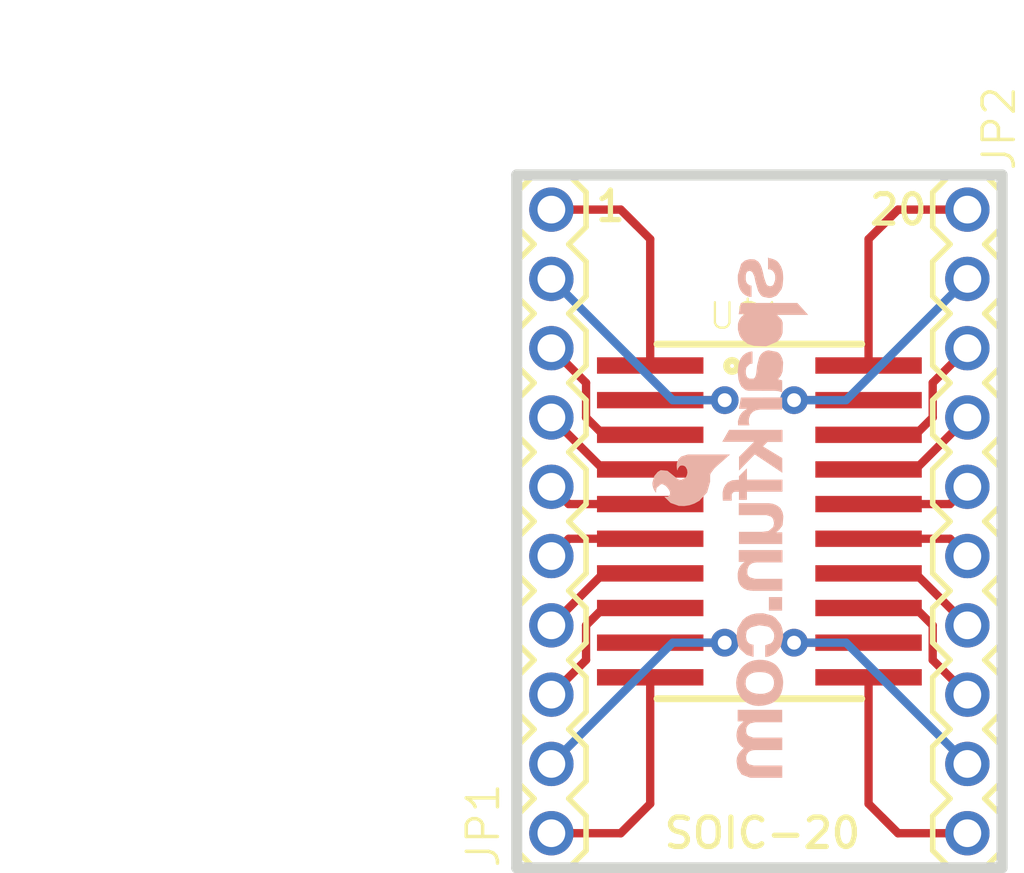
<source format=kicad_pcb>
(kicad_pcb (version 20211014) (generator pcbnew)
  (layers (0 "F.Cu" signal) (1 "In1.Cu" signal) (2 "In2.Cu" signal) (3 "In3.Cu" signal) (4 "In4.Cu" signal) (5 "In5.Cu" signal) (6 "In6.Cu" signal) (7 "In7.Cu" signal) (8 "In8.Cu" signal) (9 "In9.Cu" signal) (10 "In10.Cu" signal) (11 "In11.Cu" signal) (12 "In12.Cu" signal) (13 "In13.Cu" signal) (14 "In14.Cu" signal) (31 "B.Cu" signal) (34 "B.Paste" user) (35 "F.Paste" user) (36 "B.SilkS" user "B.Silkscreen") (37 "F.SilkS" user "F.Silkscreen") (38 "B.Mask" user) (39 "F.Mask" user) (44 "Edge.Cuts" user))
  (net 0 "")
  (net 1 "N$1")
  (net 2 "N$2")
  (net 3 "N$3")
  (net 4 "N$4")
  (net 5 "N$5")
  (net 6 "N$6")
  (net 7 "N$7")
  (net 8 "N$8")
  (net 9 "N$9")
  (net 10 "N$10")
  (net 11 "N$11")
  (net 12 "N$12")
  (net 13 "N$13")
  (net 14 "N$14")
  (net 15 "N$15")
  (net 16 "N$16")
  (net 17 "N$17")
  (net 18 "N$18")
  (net 19 "N$19")
  (net 20 "N$20")
  (footprint "boardEagle:1X10" (layer "F.Cu") (at 140.8811 116.4336 90)
    (fp_text reference "JP1" (at -1.3462 -1.8288 90) (layer "F.SilkS") (effects (font (size 1.143 1.143) (thickness 0.127)) (justify left bottom)))
    (fp_text value "M100.1")
    (fp_line (start -0.635 -1.27) (end -1.27 -0.635) (layer "F.SilkS") (width 0.2032))
    (fp_line (start 8.89 -0.635) (end 9.525 -1.27) (layer "F.SilkS") (width 0.2032))
    (fp_line (start 4.445 1.27) (end 3.81 0.635) (layer "F.SilkS") (width 0.2032))
    (fp_line (start 10.795 1.27) (end 9.525 1.27) (layer "F.SilkS") (width 0.2032))
    (fp_line (start 3.175 1.27) (end 1.905 1.27) (layer "F.SilkS") (width 0.2032))
    (fp_line (start 0.635 -1.27) (end 1.27 -0.635) (layer "F.SilkS") (width 0.2032))
    (fp_line (start 23.495 1.27) (end 22.225 1.27) (layer "F.SilkS") (width 0.2032))
    (fp_line (start 24.13 -0.635) (end 24.13 0.635) (layer "F.SilkS") (width 0.2032))
    (fp_line (start 14.605 -1.27) (end 13.97 -0.635) (layer "F.SilkS") (width 0.2032))
    (fp_line (start 17.145 -1.27) (end 16.51 -0.635) (layer "F.SilkS") (width 0.2032))
    (fp_line (start 13.97 0.635) (end 14.605 1.27) (layer "F.SilkS") (width 0.2032))
    (fp_line (start 1.27 0.635) (end 0.635 1.27) (layer "F.SilkS") (width 0.2032))
    (fp_line (start 22.225 -1.27) (end 23.495 -1.27) (layer "F.SilkS") (width 0.2032))
    (fp_line (start 22.225 -1.27) (end 21.59 -0.635) (layer "F.SilkS") (width 0.2032))
    (fp_line (start 8.255 -1.27) (end 8.89 -0.635) (layer "F.SilkS") (width 0.2032))
    (fp_line (start 18.415 -1.27) (end 19.05 -0.635) (layer "F.SilkS") (width 0.2032))
    (fp_line (start 19.05 0.635) (end 19.685 1.27) (layer "F.SilkS") (width 0.2032))
    (fp_line (start 9.525 -1.27) (end 10.795 -1.27) (layer "F.SilkS") (width 0.2032))
    (fp_line (start 16.51 0.635) (end 15.875 1.27) (layer "F.SilkS") (width 0.2032))
    (fp_line (start 8.89 0.635) (end 8.255 1.27) (layer "F.SilkS") (width 0.2032))
    (fp_line (start 0.635 1.27) (end -0.635 1.27) (layer "F.SilkS") (width 0.2032))
    (fp_line (start 4.445 -1.27) (end 5.715 -1.27) (layer "F.SilkS") (width 0.2032))
    (fp_line (start 12.065 -1.27) (end 13.335 -1.27) (layer "F.SilkS") (width 0.2032))
    (fp_line (start -1.27 0.635) (end -0.635 1.27) (layer "F.SilkS") (width 0.2032))
    (fp_line (start 1.905 -1.27) (end 3.175 -1.27) (layer "F.SilkS") (width 0.2032))
    (fp_line (start 12.065 1.27) (end 11.43 0.635) (layer "F.SilkS") (width 0.2032))
    (fp_line (start 10.795 -1.27) (end 11.43 -0.635) (layer "F.SilkS") (width 0.2032))
    (fp_line (start 14.605 -1.27) (end 15.875 -1.27) (layer "F.SilkS") (width 0.2032))
    (fp_line (start 17.145 -1.27) (end 18.415 -1.27) (layer "F.SilkS") (width 0.2032))
    (fp_line (start -1.27 -0.635) (end -1.27 0.635) (layer "F.SilkS") (width 0.2032))
    (fp_line (start 1.905 1.27) (end 1.27 0.635) (layer "F.SilkS") (width 0.2032))
    (fp_line (start 19.685 -1.27) (end 19.05 -0.635) (layer "F.SilkS") (width 0.2032))
    (fp_line (start 8.255 1.27) (end 6.985 1.27) (layer "F.SilkS") (width 0.2032))
    (fp_line (start 13.335 1.27) (end 12.065 1.27) (layer "F.SilkS") (width 0.2032))
    (fp_line (start 11.43 0.635) (end 10.795 1.27) (layer "F.SilkS") (width 0.2032))
    (fp_line (start 1.27 -0.635) (end 1.905 -1.27) (layer "F.SilkS") (width 0.2032))
    (fp_line (start 3.175 -1.27) (end 3.81 -0.635) (layer "F.SilkS") (width 0.2032))
    (fp_line (start 3.81 0.635) (end 3.175 1.27) (layer "F.SilkS") (width 0.2032))
    (fp_line (start 15.875 -1.27) (end 16.51 -0.635) (layer "F.SilkS") (width 0.2032))
    (fp_line (start 6.35 0.635) (end 6.985 1.27) (layer "F.SilkS") (width 0.2032))
    (fp_line (start 6.35 0.635) (end 5.715 1.27) (layer "F.SilkS") (width 0.2032))
    (fp_line (start 18.415 1.27) (end 17.145 1.27) (layer "F.SilkS") (width 0.2032))
    (fp_line (start 20.955 -1.27) (end 21.59 -0.635) (layer "F.SilkS") (width 0.2032))
    (fp_line (start 19.685 -1.27) (end 20.955 -1.27) (layer "F.SilkS") (width 0.2032))
    (fp_line (start 16.51 0.635) (end 17.145 1.27) (layer "F.SilkS") (width 0.2032))
    (fp_line (start 21.59 0.635) (end 22.225 1.27) (layer "F.SilkS") (width 0.2032))
    (fp_line (start 20.955 1.27) (end 19.685 1.27) (layer "F.SilkS") (width 0.2032))
    (fp_line (start 19.05 0.635) (end 18.415 1.27) (layer "F.SilkS") (width 0.2032))
    (fp_line (start 15.875 1.27) (end 14.605 1.27) (layer "F.SilkS") (width 0.2032))
    (fp_line (start 11.43 -0.635) (end 12.065 -1.27) (layer "F.SilkS") (width 0.2032))
    (fp_line (start 13.97 0.635) (end 13.335 1.27) (layer "F.SilkS") (width 0.2032))
    (fp_line (start 23.495 -1.27) (end 24.13 -0.635) (layer "F.SilkS") (width 0.2032))
    (fp_line (start 3.81 -0.635) (end 4.445 -1.27) (layer "F.SilkS") (width 0.2032))
    (fp_line (start 5.715 -1.27) (end 6.35 -0.635) (layer "F.SilkS") (width 0.2032))
    (fp_line (start 6.985 -1.27) (end 6.35 -0.635) (layer "F.SilkS") (width 0.2032))
    (fp_line (start 13.335 -1.27) (end 13.97 -0.635) (layer "F.SilkS") (width 0.2032))
    (fp_line (start 24.13 0.635) (end 23.495 1.27) (layer "F.SilkS") (width 0.2032))
    (fp_line (start 9.525 1.27) (end 8.89 0.635) (layer "F.SilkS") (width 0.2032))
    (fp_line (start 6.985 -1.27) (end 8.255 -1.27) (layer "F.SilkS") (width 0.2032))
    (fp_line (start 21.59 0.635) (end 20.955 1.27) (layer "F.SilkS") (width 0.2032))
    (fp_line (start 5.715 1.27) (end 4.445 1.27) (layer "F.SilkS") (width 0.2032))
    (fp_line (start -0.635 -1.27) (end 0.635 -1.27) (layer "F.SilkS") (width 0.2032))
    (pad "1" thru_hole circle (at 0 0 180) (size 1.6256 1.6256) (drill 1.016) (layers *.Cu *.Mask) (net 1 "N$1"))
    (pad "2" thru_hole circle (at 2.54 0 180) (size 1.6256 1.6256) (drill 1.016) (layers *.Cu *.Mask) (net 2 "N$2"))
    (pad "3" thru_hole circle (at 5.08 0 180) (size 1.6256 1.6256) (drill 1.016) (layers *.Cu *.Mask) (net 3 "N$3"))
    (pad "4" thru_hole circle (at 7.62 0 180) (size 1.6256 1.6256) (drill 1.016) (layers *.Cu *.Mask) (net 4 "N$4"))
    (pad "5" thru_hole circle (at 10.16 0 180) (size 1.6256 1.6256) (drill 1.016) (layers *.Cu *.Mask) (net 5 "N$5"))
    (pad "6" thru_hole circle (at 12.7 0 180) (size 1.6256 1.6256) (drill 1.016) (layers *.Cu *.Mask) (net 6 "N$6"))
    (pad "7" thru_hole circle (at 15.24 0 180) (size 1.6256 1.6256) (drill 1.016) (layers *.Cu *.Mask) (net 7 "N$7"))
    (pad "8" thru_hole circle (at 17.78 0 180) (size 1.6256 1.6256) (drill 1.016) (layers *.Cu *.Mask) (net 8 "N$8"))
    (pad "9" thru_hole circle (at 20.32 0 180) (size 1.6256 1.6256) (drill 1.016) (layers *.Cu *.Mask) (net 9 "N$9"))
    (pad "10" thru_hole circle (at 22.86 0 180) (size 1.6256 1.6256) (drill 1.016) (layers *.Cu *.Mask) (net 10 "N$10"))
  )
  (footprint "boardEagle:1X10" (layer "F.Cu") (at 156.1211 93.5736 -90)
    (fp_text reference "JP2" (at -1.3462 -1.8288 -90) (layer "F.SilkS") (effects (font (size 1.143 1.143) (thickness 0.127)) (justify left bottom)))
    (fp_text value "M100.1")
    (fp_line (start 3.175 -1.27) (end 3.81 -0.635) (layer "F.SilkS") (width 0.2032))
    (fp_line (start 16.51 0.635) (end 17.145 1.27) (layer "F.SilkS") (width 0.2032))
    (fp_line (start 9.525 -1.27) (end 10.795 -1.27) (layer "F.SilkS") (width 0.2032))
    (fp_line (start 23.495 -1.27) (end 24.13 -0.635) (layer "F.SilkS") (width 0.2032))
    (fp_line (start 10.795 1.27) (end 9.525 1.27) (layer "F.SilkS") (width 0.2032))
    (fp_line (start 19.685 -1.27) (end 19.05 -0.635) (layer "F.SilkS") (width 0.2032))
    (fp_line (start 6.35 0.635) (end 5.715 1.27) (layer "F.SilkS") (width 0.2032))
    (fp_line (start 5.715 1.27) (end 4.445 1.27) (layer "F.SilkS") (width 0.2032))
    (fp_line (start -1.27 0.635) (end -0.635 1.27) (layer "F.SilkS") (width 0.2032))
    (fp_line (start 20.955 -1.27) (end 21.59 -0.635) (layer "F.SilkS") (width 0.2032))
    (fp_line (start 24.13 0.635) (end 23.495 1.27) (layer "F.SilkS") (width 0.2032))
    (fp_line (start 22.225 -1.27) (end 23.495 -1.27) (layer "F.SilkS") (width 0.2032))
    (fp_line (start 3.175 1.27) (end 1.905 1.27) (layer "F.SilkS") (width 0.2032))
    (fp_line (start 21.59 0.635) (end 22.225 1.27) (layer "F.SilkS") (width 0.2032))
    (fp_line (start 1.27 0.635) (end 0.635 1.27) (layer "F.SilkS") (width 0.2032))
    (fp_line (start 8.255 -1.27) (end 8.89 -0.635) (layer "F.SilkS") (width 0.2032))
    (fp_line (start 17.145 -1.27) (end 16.51 -0.635) (layer "F.SilkS") (width 0.2032))
    (fp_line (start 18.415 1.27) (end 17.145 1.27) (layer "F.SilkS") (width 0.2032))
    (fp_line (start 19.685 -1.27) (end 20.955 -1.27) (layer "F.SilkS") (width 0.2032))
    (fp_line (start 14.605 -1.27) (end 15.875 -1.27) (layer "F.SilkS") (width 0.2032))
    (fp_line (start 5.715 -1.27) (end 6.35 -0.635) (layer "F.SilkS") (width 0.2032))
    (fp_line (start 1.905 1.27) (end 1.27 0.635) (layer "F.SilkS") (width 0.2032))
    (fp_line (start 12.065 -1.27) (end 13.335 -1.27) (layer "F.SilkS") (width 0.2032))
    (fp_line (start 1.27 -0.635) (end 1.905 -1.27) (layer "F.SilkS") (width 0.2032))
    (fp_line (start -0.635 -1.27) (end 0.635 -1.27) (layer "F.SilkS") (width 0.2032))
    (fp_line (start 3.81 0.635) (end 3.175 1.27) (layer "F.SilkS") (width 0.2032))
    (fp_line (start 21.59 0.635) (end 20.955 1.27) (layer "F.SilkS") (width 0.2032))
    (fp_line (start 3.81 -0.635) (end 4.445 -1.27) (layer "F.SilkS") (width 0.2032))
    (fp_line (start 12.065 1.27) (end 11.43 0.635) (layer "F.SilkS") (width 0.2032))
    (fp_line (start 4.445 1.27) (end 3.81 0.635) (layer "F.SilkS") (width 0.2032))
    (fp_line (start 24.13 -0.635) (end 24.13 0.635) (layer "F.SilkS") (width 0.2032))
    (fp_line (start -0.635 -1.27) (end -1.27 -0.635) (layer "F.SilkS") (width 0.2032))
    (fp_line (start 13.97 0.635) (end 14.605 1.27) (layer "F.SilkS") (width 0.2032))
    (fp_line (start 13.335 -1.27) (end 13.97 -0.635) (layer "F.SilkS") (width 0.2032))
    (fp_line (start 17.145 -1.27) (end 18.415 -1.27) (layer "F.SilkS") (width 0.2032))
    (fp_line (start 19.05 0.635) (end 19.685 1.27) (layer "F.SilkS") (width 0.2032))
    (fp_line (start 8.255 1.27) (end 6.985 1.27) (layer "F.SilkS") (width 0.2032))
    (fp_line (start 0.635 -1.27) (end 1.27 -0.635) (layer "F.SilkS") (width 0.2032))
    (fp_line (start 15.875 1.27) (end 14.605 1.27) (layer "F.SilkS") (width 0.2032))
    (fp_line (start 13.97 0.635) (end 13.335 1.27) (layer "F.SilkS") (width 0.2032))
    (fp_line (start 22.225 -1.27) (end 21.59 -0.635) (layer "F.SilkS") (width 0.2032))
    (fp_line (start 4.445 -1.27) (end 5.715 -1.27) (layer "F.SilkS") (width 0.2032))
    (fp_line (start 20.955 1.27) (end 19.685 1.27) (layer "F.SilkS") (width 0.2032))
    (fp_line (start 10.795 -1.27) (end 11.43 -0.635) (layer "F.SilkS") (width 0.2032))
    (fp_line (start 8.89 0.635) (end 8.255 1.27) (layer "F.SilkS") (width 0.2032))
    (fp_line (start 18.415 -1.27) (end 19.05 -0.635) (layer "F.SilkS") (width 0.2032))
    (fp_line (start -1.27 -0.635) (end -1.27 0.635) (layer "F.SilkS") (width 0.2032))
    (fp_line (start 23.495 1.27) (end 22.225 1.27) (layer "F.SilkS") (width 0.2032))
    (fp_line (start 11.43 0.635) (end 10.795 1.27) (layer "F.SilkS") (width 0.2032))
    (fp_line (start 11.43 -0.635) (end 12.065 -1.27) (layer "F.SilkS") (width 0.2032))
    (fp_line (start 1.905 -1.27) (end 3.175 -1.27) (layer "F.SilkS") (width 0.2032))
    (fp_line (start 15.875 -1.27) (end 16.51 -0.635) (layer "F.SilkS") (width 0.2032))
    (fp_line (start 16.51 0.635) (end 15.875 1.27) (layer "F.SilkS") (width 0.2032))
    (fp_line (start 8.89 -0.635) (end 9.525 -1.27) (layer "F.SilkS") (width 0.2032))
    (fp_line (start 9.525 1.27) (end 8.89 0.635) (layer "F.SilkS") (width 0.2032))
    (fp_line (start 6.985 -1.27) (end 8.255 -1.27) (layer "F.SilkS") (width 0.2032))
    (fp_line (start 13.335 1.27) (end 12.065 1.27) (layer "F.SilkS") (width 0.2032))
    (fp_line (start 6.985 -1.27) (end 6.35 -0.635) (layer "F.SilkS") (width 0.2032))
    (fp_line (start 14.605 -1.27) (end 13.97 -0.635) (layer "F.SilkS") (width 0.2032))
    (fp_line (start 6.35 0.635) (end 6.985 1.27) (layer "F.SilkS") (width 0.2032))
    (fp_line (start 19.05 0.635) (end 18.415 1.27) (layer "F.SilkS") (width 0.2032))
    (fp_line (start 0.635 1.27) (end -0.635 1.27) (layer "F.SilkS") (width 0.2032))
    (pad "1" thru_hole circle (at 0 0) (size 1.6256 1.6256) (drill 1.016) (layers *.Cu *.Mask) (net 11 "N$11"))
    (pad "2" thru_hole circle (at 2.54 0) (size 1.6256 1.6256) (drill 1.016) (layers *.Cu *.Mask) (net 12 "N$12"))
    (pad "3" thru_hole circle (at 5.08 0) (size 1.6256 1.6256) (drill 1.016) (layers *.Cu *.Mask) (net 13 "N$13"))
    (pad "4" thru_hole circle (at 7.62 0) (size 1.6256 1.6256) (drill 1.016) (layers *.Cu *.Mask) (net 14 "N$14"))
    (pad "5" thru_hole circle (at 10.16 0) (size 1.6256 1.6256) (drill 1.016) (layers *.Cu *.Mask) (net 15 "N$15"))
    (pad "6" thru_hole circle (at 12.7 0) (size 1.6256 1.6256) (drill 1.016) (layers *.Cu *.Mask) (net 16 "N$16"))
    (pad "7" thru_hole circle (at 15.24 0) (size 1.6256 1.6256) (drill 1.016) (layers *.Cu *.Mask) (net 17 "N$17"))
    (pad "8" thru_hole circle (at 17.78 0) (size 1.6256 1.6256) (drill 1.016) (layers *.Cu *.Mask) (net 18 "N$18"))
    (pad "9" thru_hole circle (at 20.32 0) (size 1.6256 1.6256) (drill 1.016) (layers *.Cu *.Mask) (net 19 "N$19"))
    (pad "10" thru_hole circle (at 22.86 0) (size 1.6256 1.6256) (drill 1.016) (layers *.Cu *.Mask) (net 20 "N$20"))
  )
  (footprint "boardEagle:SO20W" (layer "F.Cu") (at 148.5011 105.0036 -90)
    (fp_text reference "U$1" (at -6.985 1.905) (layer "F.SilkS") (effects (font (size 0.93472 0.93472) (thickness 0.08128)) (justify left bottom)))
    (fp_text value "SOIC_20" hide)
    (fp_line (start -6.5 -3.75) (end -6.5 3.75) (layer "F.SilkS") (width 0.254))
    (fp_line (start 6.5 -3.75) (end 6.5 3.75) (layer "F.SilkS") (width 0.254))
    (fp_circle (center -5.7 1) (end -5.5 1) (layer "F.SilkS") (width 0.254) (fill none))
    (pad "P$1" smd rect (at -5.715 4 90) (size 0.6 3.9) (layers "F.Cu" "F.Paste" "F.Mask") (net 10 "N$10"))
    (pad "P$2" smd rect (at -4.445 4 90) (size 0.6 3.9) (layers "F.Cu" "F.Paste" "F.Mask") (net 9 "N$9"))
    (pad "P$3" smd rect (at -3.175 4 90) (size 0.6 3.9) (layers "F.Cu" "F.Paste" "F.Mask") (net 8 "N$8"))
    (pad "P$4" smd rect (at -1.905 4 90) (size 0.6 3.9) (layers "F.Cu" "F.Paste" "F.Mask") (net 7 "N$7"))
    (pad "P$5" smd rect (at -0.635 4 90) (size 0.6 3.9) (layers "F.Cu" "F.Paste" "F.Mask") (net 6 "N$6"))
    (pad "P$6" smd rect (at 0.635 4 90) (size 0.6 3.9) (layers "F.Cu" "F.Paste" "F.Mask") (net 5 "N$5"))
    (pad "P$7" smd rect (at 1.905 4 90) (size 0.6 3.9) (layers "F.Cu" "F.Paste" "F.Mask") (net 4 "N$4"))
    (pad "P$8" smd rect (at 3.175 4 90) (size 0.6 3.9) (layers "F.Cu" "F.Paste" "F.Mask") (net 3 "N$3"))
    (pad "P$9" smd rect (at 4.445 4 90) (size 0.6 3.9) (layers "F.Cu" "F.Paste" "F.Mask") (net 2 "N$2"))
    (pad "P$10" smd rect (at 5.715 4 90) (size 0.6 3.9) (layers "F.Cu" "F.Paste" "F.Mask") (net 1 "N$1"))
    (pad "P$11" smd rect (at 5.715 -4 90) (size 0.6 3.9) (layers "F.Cu" "F.Paste" "F.Mask") (net 20 "N$20"))
    (pad "P$12" smd rect (at 4.445 -4 90) (size 0.6 3.9) (layers "F.Cu" "F.Paste" "F.Mask") (net 19 "N$19"))
    (pad "P$13" smd rect (at 3.175 -4 90) (size 0.6 3.9) (layers "F.Cu" "F.Paste" "F.Mask") (net 18 "N$18"))
    (pad "P$14" smd rect (at 1.905 -4 90) (size 0.6 3.9) (layers "F.Cu" "F.Paste" "F.Mask") (net 17 "N$17"))
    (pad "P$15" smd rect (at 0.635 -4 90) (size 0.6 3.9) (layers "F.Cu" "F.Paste" "F.Mask") (net 16 "N$16"))
    (pad "P$16" smd rect (at -0.635 -4 90) (size 0.6 3.9) (layers "F.Cu" "F.Paste" "F.Mask") (net 15 "N$15"))
    (pad "P$17" smd rect (at -1.905 -4 90) (size 0.6 3.9) (layers "F.Cu" "F.Paste" "F.Mask") (net 14 "N$14"))
    (pad "P$18" smd rect (at -3.175 -4 90) (size 0.6 3.9) (layers "F.Cu" "F.Paste" "F.Mask") (net 13 "N$13"))
    (pad "P$19" smd rect (at -4.445 -4 90) (size 0.6 3.9) (layers "F.Cu" "F.Paste" "F.Mask") (net 12 "N$12"))
    (pad "P$20" smd rect (at -5.715 -4 90) (size 0.6 3.9) (layers "F.Cu" "F.Paste" "F.Mask") (net 11 "N$11"))
  )
  (footprint "boardEagle:SFE-NEW-WEBLOGO" (layer "B.Cu") (at 150.2791 95.3516 -90)
    (fp_text reference "U$2" hide)
    (fp_text value "LOGO-SFENEW" hide)
    (fp_line (start 15.5499 2.2911) (end 15.527 2.2911) (layer "B.SilkS") (width 0.0254))
    (fp_line (start 10.7163 2.5171) (end 11.1201 2.5171) (layer "B.SilkS") (width 0.0254))
    (fp_line (start 15.5702 2.2962) (end 15.5702 2.6137) (layer "B.SilkS") (width 0.0254))
    (fp_line (start 11.1379 1.8136) (end 11.1379 0.9449) (layer "B.SilkS") (width 0.0254))
    (fp_line (start 11.1201 2.5171) (end 11.1201 2.2962) (layer "B.SilkS") (width 0.0254))
    (fp_line (start 11.7729 0.955) (end 11.7729 1.9202) (layer "B.SilkS") (width 0.0254))
    (fp_line (start 10.7163 0.9449) (end 10.7163 2.5171) (layer "B.SilkS") (width 0.0254))
    (fp_line (start 11.1201 2.2962) (end 11.1277 2.2962) (layer "B.SilkS") (width 0.0254))
    (fp_line (start 12.1818 2.0091) (end 12.1818 0.955) (layer "B.SilkS") (width 0.0254))
    (fp_line (start 15.5702 2.6137) (end 15.5854 2.6137) (layer "B.SilkS") (width 0.0254))
    (fp_line (start 12.1818 0.955) (end 11.7729 0.955) (layer "B.SilkS") (width 0.0254))
    (fp_line (start 15.5499 2.6137) (end 15.5499 2.2911) (layer "B.SilkS") (width 0.0254))
    (fp_line (start 11.1379 0.9449) (end 10.7163 0.9449) (layer "B.SilkS") (width 0.0254))
    (fp_arc (start 15.5499 2.6137) (mid 15.331296 2.577713) (end 15.1282 2.4892) (layer "B.SilkS") (width 0.0254))
    (fp_arc (start 15.9029 0.9754) (mid 16.153433 1.12491) (end 16.317 1.3665) (layer "B.SilkS") (width 0.0254))
    (fp_arc (start 11.1684 2.0396) (mid 11.146105 1.962214) (end 11.1379 1.8821) (layer "B.SilkS") (width 0.0254))
    (fp_arc (start 11.1379 1.8821) (mid 11.137681 1.84785) (end 11.1379 1.8136) (layer "B.SilkS") (width 0.0254))
    (fp_arc (start 14.7523 1.5672) (mid 14.792796 1.413418) (end 14.8615 1.27) (layer "B.SilkS") (width 0.0254))
    (fp_arc (start 11.7678 2.5502) (mid 11.667584 2.556058) (end 11.5672 2.5552) (layer "B.SilkS") (width 0.0254))
    (fp_arc (start 12.0345 2.425699) (mid 11.911985 2.51116) (end 11.7678 2.5502) (layer "B.SilkS") (width 0.0254))
    (fp_arc (start 11.1862 2.3571) (mid 11.172158 2.338081) (end 11.1582 2.319) (layer "B.SilkS") (width 0.0254))
    (fp_arc (start 15.527 2.2911) (mid 15.388433 2.258974) (end 15.278099 2.1692) (layer "B.SilkS") (width 0.0254))
    (fp_arc (start 11.5672 2.5552) (mid 11.411238 2.523841) (end 11.2725 2.446) (layer "B.SilkS") (width 0.0254))
    (fp_arc (start 14.7549 1.9507) (mid 14.737287 1.759061) (end 14.7523 1.5672) (layer "B.SilkS") (width 0.0254))
    (fp_arc (start 15.9868 1.7196) (mid 15.980368 1.846143) (end 15.9588 1.971) (layer "B.SilkS") (width 0.0254))
    (fp_arc (start 11.7145 2.1311) (mid 11.664346 2.1894) (end 11.5976 2.2276) (layer "B.SilkS") (width 0.0254))
    (fp_arc (start 15.1689 1.8847) (mid 15.165026 1.761448) (end 15.1714 1.6383) (layer "B.SilkS") (width 0.0254))
    (fp_arc (start 11.7729 1.9202) (mid 11.758038 2.02962) (end 11.7145 2.1311) (layer "B.SilkS") (width 0.0254))
    (fp_arc (start 11.4198 2.2327) (mid 11.475702 2.235165) (end 11.5316 2.2377) (layer "B.SilkS") (width 0.0254))
    (fp_arc (start 15.5423 0.9195) (mid 15.724919 0.932492) (end 15.9029 0.9754) (layer "B.SilkS") (width 0.0254))
    (fp_arc (start 15.428 1.2522) (mid 15.597525 1.230563) (end 15.7632 1.2725) (layer "B.SilkS") (width 0.0254))
    (fp_arc (start 12.1818 2.0091) (mid 12.172765 2.122002) (end 12.1488 2.2327) (layer "B.SilkS") (width 0.0254))
    (fp_arc (start 12.1488 2.232699) (mid 12.104013 2.336521) (end 12.0345 2.4257) (layer "B.SilkS") (width 0.0254))
    (fp_arc (start 15.7277 2.2708) (mid 15.650001 2.290018) (end 15.5702 2.2962) (layer "B.SilkS") (width 0.0254))
    (fp_arc (start 14.9911 1.1201) (mid 15.249615 0.972855) (end 15.5423 0.9195) (layer "B.SilkS") (width 0.0254))
    (fp_arc (start 15.24 1.4097) (mid 15.31871 1.3127) (end 15.428 1.2522) (layer "B.SilkS") (width 0.0254))
    (fp_arc (start 15.7632 1.2725) (mid 15.846801 1.329279) (end 15.908 1.4097) (layer "B.SilkS") (width 0.0254))
    (fp_arc (start 15.8318 2.2047) (mid 15.783745 2.244042) (end 15.7277 2.2708) (layer "B.SilkS") (width 0.0254))
    (fp_arc (start 15.908 1.4097) (mid 15.966057 1.559906) (end 15.9868 1.7196) (layer "B.SilkS") (width 0.0254))
    (fp_arc (start 11.1455 2.3038) (mid 11.152103 2.311188) (end 11.1582 2.319) (layer "B.SilkS") (width 0.0254))
    (fp_arc (start 15.1714 1.6383) (mid 15.194331 1.520588) (end 15.24 1.4097) (layer "B.SilkS") (width 0.0254))
    (fp_arc (start 11.4198 2.2327) (mid 11.334441 2.214452) (end 11.259799 2.1692) (layer "B.SilkS") (width 0.0254))
    (fp_arc (start 11.2598 2.1692) (mid 11.206137 2.110016) (end 11.1684 2.0396) (layer "B.SilkS") (width 0.0254))
    (fp_arc (start 16.4033 1.808499) (mid 16.333054 2.143404) (end 16.129 2.4181) (layer "B.SilkS") (width 0.0254))
    (fp_arc (start 14.8615 1.27) (mid 14.919858 1.189481) (end 14.9911 1.1201) (layer "B.SilkS") (width 0.0254))
    (fp_arc (start 16.129 2.4181) (mid 15.978822 2.520652) (end 15.809 2.5857) (layer "B.SilkS") (width 0.0254))
    (fp_arc (start 16.317 1.3665) (mid 16.380488 1.583529) (end 16.4033 1.8085) (layer "B.SilkS") (width 0.0254))
    (fp_arc (start 11.1277 2.2962) (mid 11.137379 2.298176) (end 11.1455 2.3038) (layer "B.SilkS") (width 0.0254))
    (fp_arc (start 11.2725 2.446) (mid 11.226399 2.404414) (end 11.1862 2.3571) (layer "B.SilkS") (width 0.0254))
    (fp_arc (start 15.9588 1.971) (mid 15.910982 2.096372) (end 15.8318 2.2047) (layer "B.SilkS") (width 0.0254))
    (fp_arc (start 15.809 2.5857) (mid 15.698073 2.606673) (end 15.5854 2.6137) (layer "B.SilkS") (width 0.0254))
    (fp_arc (start 15.128201 2.4892) (mid 14.882786 2.260687) (end 14.7549 1.9507) (layer "B.SilkS") (width 0.0254))
    (fp_arc (start 15.2781 2.1692) (mid 15.20247 2.035022) (end 15.168899 1.8847) (layer "B.SilkS") (width 0.0254))
    (fp_arc (start 11.5976 2.2276) (mid 11.565101 2.235925) (end 11.5316 2.2377) (layer "B.SilkS") (width 0.0254))
    (fp_poly (pts (xy 8.337002 5.691103) (xy 8.426449 5.668729) (xy 8.439477 5.663683) (xy 8.451149 5.657775) (xy 8.46786 5.649476) (xy 8.486552 5.642734) (xy 8.582694 5.5855) (xy 8.5903 5.5855) (xy 8.5903 5.5601) (xy 8.517833 5.5601) (xy 8.419418 5.540814) (xy 8.285855 5.378186) (xy 8.290365 5.319725) (xy 8.33909 5.224769) (xy 8.415666 5.148096) (xy 8.505069 5.083538) (xy 8.580348 5.051724) (xy 8.661737 5.054532) (xy 8.669864 5.057086) (xy 8.677257 5.060289) (xy 8.741514 5.119856) (xy 8.7478 5.142712) (xy 8.7478 5.260838) (xy 8.974707 5.031027) (xy 9.079186 4.739741) (xy 9.082603 4.739794) (xy 9.08906 4.533335) (xy 9.059857 4.34032) (xy 8.996308 4.155742) (xy 8.8773 3.944478) (xy 8.8773 3.963481) (xy 8.589131 3.69191) (xy 8.193239 3.5814) (xy 7.964005 3.5814) (xy 7.927201 3.574946) (xy 7.892776 3.562492) (xy 7.707322 3.424684) (xy 7.1984 2.85199) (xy 7.1984 4.40367) (xy 7.271004 4.644867) (xy 7.379295 4.748389) (xy 7.518122 4.800422) (xy 7.6149 4.807989) (xy 7.710384 4.800523) (xy 7.77091 4.790999) (xy 7.768788 4.767333) (xy 7.733216 4.768142) (xy 7.712784 4.759041) (xy 7.631519 4.700054) (xy 7.611722 4.67357) (xy 7.601395 4.6114) (xy 7.611905 4.548129) (xy 7.632405 4.508074) (xy 7.663343 4.475585) (xy 7.757535 4.42645) (xy 7.863229 4.414642) (xy 7.953768 4.432984) (xy 8.03522 4.472556) (xy 8.13303 4.637559) (xy 8.118706 4.731744) (xy 8.061914 4.813301) (xy 7.795707 5.146137) (xy 7.772667 5.393755) (xy 7.838495 5.504456) (xy 7.840042 5.506003) (xy 7.989901 5.63002) (xy 8.243676 5.699964)) (layer "B.SilkS") (width 0) (fill solid))
    (fp_poly (pts (xy 9.4234 1.520809) (xy 9.472888 1.359974) (xy 9.516069 1.308185) (xy 9.573108 1.271734) (xy 9.714103 1.241374) (xy 9.853529 1.268908) (xy 10.003067 1.442966) (xy 10.033 1.684784) (xy 10.033 2.5273) (xy 10.48 2.5273) (xy 10.48 0.9398) (xy 10.0533 0.9398) (xy 10.0533 1.159713) (xy 9.961626 1.051965) (xy 9.823848 0.946774) (xy 9.797269 0.933513) (xy 9.76873 0.924761) (xy 9.46843 0.899096) (xy 9.311419 0.929258) (xy 9.173895 1.0008) (xy 9.172522 1.0008) (xy 9.155194 1.014756) (xy 9.141833 1.028106) (xy 9.055991 1.150842) (xy 9.0022 1.291099) (xy 8.984 1.439423) (xy 8.984 2.5324) (xy 9.4234 2.5324)) (layer "B.SilkS") (width 0) (fill solid))
    (fp_poly (pts (xy 6.7335 1.97376) (xy 7.284539 2.5248) (xy 7.78835 2.5248) (xy 7.197009 1.946483) (xy 7.869909 0.937183) (xy 7.330929 0.939835) (xy 6.903958 1.643716) (xy 6.7386 1.483032) (xy 6.7386 0.9296) (xy 6.306639 0.9296) (xy 6.2941 0.942139) (xy 6.2941 2.887776) (xy 6.7335 3.138467)) (layer "B.SilkS") (width 0) (fill solid))
    (fp_poly (pts (xy 14.181776 2.563159) (xy 14.181555 2.560669) (xy 14.327447 2.496725) (xy 14.547848 2.246517) (xy 14.619242 1.9914) (xy 14.1707 1.9914) (xy 14.1707 2.005388) (xy 14.15242 2.10038) (xy 14.100807 2.180729) (xy 14.023181 2.236025) (xy 13.860405 2.2706) (xy 13.694207 2.245798) (xy 13.653262 2.227396) (xy 13.618712 2.198612) (xy 13.531409 2.074936) (xy 13.459735 1.779947) (xy 13.507258 1.471936) (xy 13.55233 1.379537) (xy 13.718934 1.256376) (xy 13.795519 1.238584) (xy 13.875272 1.234455) (xy 13.963395 1.249226) (xy 14.044683 1.286045) (xy 14.088707 1.320383) (xy 14.123821 1.362695) (xy 14.191983 1.5646) (xy 14.6202 1.5646) (xy 14.6202 1.546046) (xy 14.607183 1.4497) (xy 14.551954 1.307962) (xy 14.468685 1.180108) (xy 14.234909 0.989147) (xy 13.88734 0.904104) (xy 13.726062 0.914148) (xy 13.567886 0.942693) (xy 13.423659 0.994928) (xy 13.188191 1.185237) (xy 13.098694 1.32648) (xy 13.017451 1.644495) (xy 13.0251 1.894992) (xy 13.0251 1.896181) (xy 13.064859 2.076939) (xy 13.14486 2.243932) (xy 13.26133 2.388842) (xy 13.574558 2.580191) (xy 13.883988 2.616332)) (layer "B.SilkS") (width 0) (fill solid))
    (fp_poly (pts (xy 6.1316 2.557116) (xy 6.1316 2.1463) (xy 6.115783 2.1463) (xy 6.10653 2.147054) (xy 6.097893 2.149211) (xy 6.068387 2.157247) (xy 6.038922 2.161538) (xy 5.96265 2.16474) (xy 5.887609 2.16159) (xy 5.731931 2.107297) (xy 5.637642 2.018651) (xy 5.577302 1.903423) (xy 5.5499 1.736362) (xy 5.5499 0.9423) (xy 5.107878 0.9423) (xy 5.110519 2.454146) (xy 5.522 2.527255) (xy 5.522 2.234211) (xy 5.526569 2.235704) (xy 5.544428 2.262537) (xy 5.578841 2.314524) (xy 5.613758 2.367854) (xy 5.686736 2.438162) (xy 5.778008 2.498223) (xy 5.979984 2.565515)) (layer "B.SilkS") (width 0) (fill solid))
    (fp_poly (pts (xy 17.714962 2.583496) (xy 17.714669 2.58013) (xy 17.812284 2.526288) (xy 17.900302 2.442716) (xy 17.956995 2.351455) (xy 17.961394 2.355854) (xy 18.007182 2.404147) (xy 18.086856 2.480888) (xy 18.177617 2.546023) (xy 18.30384 2.60027) (xy 18.440544 2.616304) (xy 18.698981 2.580082) (xy 18.93345 2.426436) (xy 19.05 2.112985) (xy 19.05 0.9398) (xy 18.6004 0.9398) (xy 18.6004 1.979658) (xy 18.558302 2.150487) (xy 18.49797 2.220003) (xy 18.412014 2.255689) (xy 18.322362 2.262413) (xy 18.233537 2.253336) (xy 18.121633 2.190061) (xy 18.068614 2.109201) (xy 18.041426 2.014408) (xy 18.036069 1.960144) (xy 18.034 1.904767) (xy 18.034 0.9398) (xy 17.5768 0.9398) (xy 17.5768 2.006808) (xy 17.507834 2.191589) (xy 17.433119 2.246143) (xy 17.339789 2.26304) (xy 17.298061 2.260863) (xy 17.256145 2.258198) (xy 17.19103 2.2421) (xy 17.135402 2.205103) (xy 17.092564 2.160343) (xy 17.055171 2.112821) (xy 17.0155 1.934108) (xy 17.0155 0.9423) (xy 16.5583 0.9423) (xy 16.5583 2.573) (xy 16.9824 2.573) (xy 16.9824 2.355139) (xy 16.985319 2.355789) (xy 17.015959 2.3959) (xy 17.093229 2.475705) (xy 17.171263 2.538367) (xy 17.262579 2.579887) (xy 17.318155 2.59498) (xy 17.374103 2.605849) (xy 17.443329 2.614463) (xy 17.514022 2.618767)) (layer "B.SilkS") (width 0) (fill solid))
    (fp_poly (pts (xy 11.770768 2.56283) (xy 12.043428 2.435548) (xy 12.160999 2.237024) (xy 12.1945 2.010032) (xy 12.1945 0.9423) (xy 11.7602 0.9423) (xy 11.7602 1.918474) (xy 11.70302 2.124971) (xy 11.656141 2.179464) (xy 11.593345 2.215403) (xy 11.53092 2.224956) (xy 11.476269 2.222478) (xy 11.422495 2.220106) (xy 11.268 2.158791) (xy 11.18035 2.034508) (xy 11.1506 1.880883) (xy 11.1506 0.9322) (xy 10.7036 0.9322) (xy 10.7036 2.5298) (xy 11.1328 2.5298) (xy 11.1328 2.310454) (xy 11.136857 2.313263) (xy 11.148195 2.326834) (xy 11.161924 2.345602) (xy 11.176241 2.364992) (xy 11.217267 2.413279) (xy 11.265048 2.456381) (xy 11.406772 2.535896) (xy 11.566093 2.567932)) (layer "B.SilkS") (width 0) (fill solid))
    (fp_poly (pts (xy 4.444983 2.544915) (xy 4.588724 2.501712) (xy 4.72259 2.430523) (xy 4.844814 2.271666) (xy 4.859671 2.1819) (xy 4.8616 2.1819) (xy 4.8616 1.6891) (xy 4.864173 1.6891) (xy 4.861603 1.242544) (xy 4.871819 1.108765) (xy 4.906709 0.979276) (xy 4.920484 0.9423) (xy 4.495275 0.9423) (xy 4.477494 0.951279) (xy 4.472002 0.970735) (xy 4.468249 0.985133) (xy 4.446292 1.084946) (xy 4.440321 1.089528) (xy 4.438946 1.088886) (xy 4.309064 0.98859) (xy 4.153188 0.927249) (xy 3.824183 0.906712) (xy 3.683825 0.938256) (xy 3.554173 1.000134) (xy 3.486826 1.05665) (xy 3.437273 1.130532) (xy 3.3807 1.444163) (xy 3.3807 1.446675) (xy 3.401941 1.543624) (xy 3.446308 1.632822) (xy 3.527788 1.722902) (xy 3.632416 1.784766) (xy 3.937258 1.861632) (xy 4.048648 1.873601) (xy 4.159032 1.884616) (xy 4.224808 1.893434) (xy 4.289167 1.907055) (xy 4.336271 1.923637) (xy 4.379043 1.948303) (xy 4.407461 1.974391) (xy 4.413402 1.982997) (xy 4.4171 1.991455) (xy 4.4171 2.14983) (xy 4.358226 2.232254) (xy 4.254396 2.270917) (xy 4.188033 2.274326) (xy 4.120968 2.275774) (xy 4.006679 2.25395) (xy 3.883049 2.131716) (xy 3.8659 2.045941) (xy 3.8659 2.0295) (xy 3.429 2.0295) (xy 3.429 2.040006) (xy 3.418965 2.041638) (xy 3.439259 2.166448) (xy 3.491292 2.283494) (xy 3.571378 2.383462) (xy 3.674008 2.459597) (xy 3.791998 2.513469) (xy 3.916944 2.547448) (xy 4.18103 2.571338)) (layer "B.SilkS") (width 0) (fill solid))
    (fp_poly (pts (xy 1.201557 2.290098) (xy 1.414074 2.156268) (xy 1.42383 2.065) (xy 1.01008 2.065) (xy 1.00135 2.126336) (xy 0.936084 2.220524) (xy 0.871818 2.257603) (xy 0.798545 2.2758) (xy 0.628591 2.2758) (xy 0.583991 2.267366) (xy 0.541641 2.251683) (xy 0.51157 2.232098) (xy 0.488615 2.205726) (xy 0.469153 2.152745) (xy 0.474605 2.097619) (xy 0.521549 2.031824) (xy 0.664468 1.962838) (xy 0.866638 1.922444) (xy 1.206678 1.822687) (xy 1.354318 1.729494) (xy 1.389578 1.692366) (xy 1.416579 1.648151) (xy 1.460229 1.440208) (xy 1.447804 1.4376) (xy 1.460484 1.436955) (xy 1.457817 1.384541) (xy 1.452657 1.33034) (xy 1.371775 1.140043) (xy 1.14885 0.969822) (xy 1.013381 0.927267) (xy 0.74708 0.904177) (xy 0.617383 0.909691) (xy 0.487493 0.922202) (xy 0.306845 0.984179) (xy 0.185213 1.061804) (xy 0.109225 1.132023) (xy 0.056988 1.2215) (xy 0.013059 1.350644) (xy 0.002577 1.410659) (xy -0.00152 1.469003) (xy 0.738195 1.10308) (xy 1.120535 1.189415) (xy 1.224069 1.497645) (xy 0.809011 1.723764) (xy 0.364394 1.98847) (xy 0.308075 2.310537) (xy 0.741882 2.423672)) (layer "B.SilkS") (width 0) (fill solid))
    (fp_poly (pts (xy 12.4257 0.9449) (xy 12.921 0.9449) (xy 12.921 1.43) (xy 12.4257 1.43)) (layer "B.SilkS") (width 0) (fill solid))
    (fp_poly (pts (xy 2.834651 2.506079) (xy 2.92707 2.450683) (xy 3.011605 2.383731) (xy 3.1267 2.221709) (xy 3.1267 2.263503) (xy 3.219434 1.972794) (xy 3.236098 1.526727) (xy 3.068933 1.135798) (xy 2.975978 1.041462) (xy 2.864973 0.970996) (xy 2.740356 0.92713) (xy 2.372489 0.922) (xy 2.370226 0.922) (xy 2.254471 0.962806) (xy 2.0828 1.127587) (xy 2.0828 -0.010757) (xy 1.6434 0.385552) (xy 1.6434 2.45912) (xy 2.057593 2.537568) (xy 2.055012 2.330538) (xy 2.068304 2.345345) (xy 2.15812 2.442839) (xy 2.234107 2.497896) (xy 2.368681 2.552194) (xy 2.419192 2.562883) (xy 2.620347 2.565422)) (layer "B.SilkS") (width 0) (fill solid))
    (fp_poly (pts (xy 0.803285 2.567895) (xy 0.944243 2.553799) (xy 1.081508 2.516334) (xy 1.193542 2.461399) (xy 1.291841 2.383865) (xy 1.357039 2.297824) (xy 1.377068 2.257603) (xy 1.393653 2.216867) (xy 1.417283 2.151914) (xy 1.353784 2.105111) (xy 1.152335 2.254241) (xy 0.736496 2.387002) (xy 0.372563 2.277101) (xy 0.417885 2.019712) (xy 1.241556 1.540676) (xy 1.263422 1.497067) (xy 1.147655 1.152457) (xy 0.724605 1.058492) (xy -0.038666 1.4605) (xy 0.4115 1.4605) (xy 0.4115 1.443466) (xy 0.420402 1.369907) (xy 0.454647 1.305856) (xy 0.524204 1.243359) (xy 0.610838 1.206018) (xy 0.637726 1.200933) (xy 0.665996 1.198897) (xy 0.7328 1.198389) (xy 0.79791 1.198884) (xy 0.968129 1.258019) (xy 1.007666 1.302193) (xy 1.028603 1.358428) (xy 1.025789 1.425439) (xy 0.995864 1.485288) (xy 0.943734 1.527918) (xy 0.715431 1.605731) (xy 0.533161 1.644154) (xy 0.351479 1.692254) (xy 0.230117 1.743632) (xy 0.122357 1.822697) (xy 0.0457 1.960096) (xy 0.0457 1.963141) (xy 0.038572 2.135467) (xy 0.0838 2.300409) (xy 0.0838 2.303445) (xy 0.206233 2.444416) (xy 0.620397 2.567885) (xy 0.71245 2.568634)) (layer "B.SilkS") (width 0) (fill solid))
    (fp_poly (pts (xy 15.5499 2.609649) (xy 15.5499 2.29782) (xy 15.429469 2.281338) (xy 15.314616 2.217851) (xy 15.23586 2.109416) (xy 15.196312 2.020604) (xy 15.168868 1.873153) (xy 15.163824 1.687316) (xy 15.181322 1.562471) (xy 15.218744 1.447652) (xy 15.272523 1.345) (xy 15.437302 1.244156) (xy 15.6121 1.221967) (xy 15.787119 1.281181) (xy 15.894998 1.379217) (xy 15.949332 1.500229) (xy 15.9868 1.655017) (xy 15.9868 1.797481) (xy 15.961756 1.990339) (xy 15.88736 2.151531) (xy 15.803924 2.232457) (xy 15.708711 2.283762) (xy 15.58997 2.2936) (xy 15.567485 2.2936) (xy 15.57294 2.617878) (xy 15.788992 2.590535) (xy 15.954486 2.53364) (xy 16.155367 2.394616) (xy 16.266844 2.264968) (xy 16.37246 2.027864) (xy 16.400898 1.805948) (xy 16.375193 1.592623) (xy 16.305839 1.343513) (xy 16.222719 1.211114) (xy 16.101494 1.095067) (xy 15.987532 1.014773) (xy 15.799031 0.950211) (xy 15.544583 0.924513) (xy 15.240687 0.965682) (xy 14.951456 1.146439) (xy 14.788469 1.399985) (xy 14.726674 1.793647) (xy 14.809154 2.154405) (xy 15.026083 2.4307) (xy 15.368412 2.600648) (xy 15.51864 2.6187) (xy 15.52691 2.6187)) (layer "B.SilkS") (width 0) (fill solid))
    (fp_poly (pts (xy 8.809435 3.119895) (xy 8.875117 3.1166) (xy 8.89 3.1166) (xy 8.89 2.7889) (xy 8.869112 2.7889) (xy 8.841108 2.7915) (xy 8.660351 2.7915) (xy 8.587936 2.740064) (xy 8.571192 2.699602) (xy 8.5649 2.653436) (xy 8.5649 2.5273) (xy 8.8621 2.5273) (xy 8.8621 2.2352) (xy 8.5623 2.2352) (xy 8.5623 0.9322) (xy 8.1204 0.9322) (xy 8.1204 2.232779) (xy 7.70383 2.235391) (xy 7.995739 2.5273) (xy 8.1255 2.5273) (xy 8.1255 2.560826) (xy 8.143432 2.77702) (xy 8.219199 2.938937) (xy 8.324367 3.032939) (xy 8.449534 3.095959) (xy 8.586403 3.1242) (xy 8.743112 3.1242)) (layer "B.SilkS") (width 0) (fill solid))
  )
  (gr_line (start 157.3911 117.7036) (end 157.3911 92.3036) (layer "Edge.Cuts") (width 0.4064))
  (gr_line (start 139.6111 92.3036) (end 139.6111 117.7036) (layer "Edge.Cuts") (width 0.4064))
  (gr_line (start 139.6111 117.7036) (end 157.3911 117.7036) (layer "Edge.Cuts") (width 0.4064))
  (gr_line (start 157.3911 92.3036) (end 139.6111 92.3036) (layer "Edge.Cuts") (width 0.4064))
  (gr_text "SOIC-20" (at 152.3111 115.7986) (layer "F.SilkS") (effects (font (size 1.0795 1.0795) (thickness 0.1905)) (justify right top)))
  (gr_text "20" (at 152.4381 94.2086) (layer "F.SilkS") (effects (font (size 1.0795 1.0795) (thickness 0.1905)) (justify left bottom)))
  (gr_text "1" (at 142.4051 94.0816) (layer "F.SilkS") (effects (font (size 1.0795 1.0795) (thickness 0.1905)) (justify left bottom)))
  (segment (start 140.8811 116.4336) (end 143.4211 116.4336) (width 0.3048) (layer "F.Cu") (net 1))
  (segment (start 144.5011 115.3536) (end 144.5011 110.7186) (width 0.3048) (layer "F.Cu") (net 1))
  (segment (start 143.4211 116.4336) (end 144.0011 115.8536) (width 0.3048) (layer "F.Cu") (net 1))
  (segment (start 143.4211 116.4336) (end 144.5011 115.3536) (width 0.3048) (layer "F.Cu") (net 1))
  (segment (start 144.5011 109.4486) (end 147.2311 109.4486) (width 0.3048) (layer "F.Cu") (net 2))
  (via (at 147.2311 109.4486) (size 1.016) (drill 0.508) (layers "F.Cu" "B.Cu") (net 2))
  (segment (start 147.2311 109.4486) (end 145.3261 109.4486) (width 0.3048) (layer "B.Cu") (net 2))
  (segment (start 145.3261 109.4486) (end 140.8811 113.8936) (width 0.3048) (layer "B.Cu") (net 2))
  (segment (start 142.7861 108.1786) (end 142.1511 108.8136) (width 0.3048) (layer "F.Cu") (net 3))
  (segment (start 144.5011 108.1786) (end 142.7861 108.1786) (width 0.3048) (layer "F.Cu") (net 3))
  (segment (start 142.1511 110.0836) (end 140.8811 111.3536) (width 0.3048) (layer "F.Cu") (net 3))
  (segment (start 142.1511 108.8136) (end 142.1511 110.0836) (width 0.3048) (layer "F.Cu") (net 3))
  (segment (start 144.5011 106.9086) (end 142.7861 106.9086) (width 0.3048) (layer "F.Cu") (net 4))
  (segment (start 142.7861 106.9086) (end 140.8811 108.8136) (width 0.3048) (layer "F.Cu") (net 4))
  (segment (start 141.5161 105.6386) (end 140.8811 106.2736) (width 0.3048) (layer "F.Cu") (net 5))
  (segment (start 144.5011 105.6386) (end 141.5161 105.6386) (width 0.3048) (layer "F.Cu") (net 5))
  (segment (start 141.5161 104.3686) (end 140.8811 103.7336) (width 0.3048) (layer "F.Cu") (net 6))
  (segment (start 144.5011 104.3686) (end 141.5161 104.3686) (width 0.3048) (layer "F.Cu") (net 6))
  (segment (start 142.7861 103.0986) (end 140.8811 101.1936) (width 0.3048) (layer "F.Cu") (net 7))
  (segment (start 144.5011 103.0986) (end 142.7861 103.0986) (width 0.3048) (layer "F.Cu") (net 7))
  (segment (start 142.1511 99.9236) (end 140.8811 98.6536) (width 0.3048) (layer "F.Cu") (net 8))
  (segment (start 144.5011 101.8286) (end 142.7861 101.8286) (width 0.3048) (layer "F.Cu") (net 8))
  (segment (start 142.1511 101.1936) (end 142.1511 99.9236) (width 0.3048) (layer "F.Cu") (net 8))
  (segment (start 142.7861 101.8286) (end 142.1511 101.1936) (width 0.3048) (layer "F.Cu") (net 8))
  (segment (start 144.5011 100.5586) (end 147.2311 100.5586) (width 0.3048) (layer "F.Cu") (net 9))
  (via (at 147.2311 100.5586) (size 1.016) (drill 0.508) (layers "F.Cu" "B.Cu") (net 9))
  (segment (start 145.3261 100.5586) (end 140.8811 96.1136) (width 0.3048) (layer "B.Cu") (net 9))
  (segment (start 147.2311 100.5586) (end 145.3261 100.5586) (width 0.3048) (layer "B.Cu") (net 9))
  (segment (start 143.4211 93.5736) (end 144.0011 94.1536) (width 0.3048) (layer "F.Cu") (net 10))
  (segment (start 144.5011 99.2886) (end 144.5011 94.6536) (width 0.3048) (layer "F.Cu") (net 10))
  (segment (start 144.5011 94.6536) (end 143.4211 93.5736) (width 0.3048) (layer "F.Cu") (net 10))
  (segment (start 143.4211 93.5736) (end 140.8811 93.5736) (width 0.3048) (layer "F.Cu") (net 10))
  (segment (start 153.5811 93.5736) (end 156.1211 93.5736) (width 0.3048) (layer "F.Cu") (net 11))
  (segment (start 152.5011 99.2886) (end 152.5011 94.6536) (width 0.3048) (layer "F.Cu") (net 11))
  (segment (start 152.5011 94.6536) (end 153.5811 93.5736) (width 0.3048) (layer "F.Cu") (net 11))
  (segment (start 153.5811 93.5736) (end 153.0011 94.1536) (width 0.3048) (layer "F.Cu") (net 11))
  (segment (start 152.5011 100.5586) (end 149.7711 100.5586) (width 0.3048) (layer "F.Cu") (net 12))
  (via (at 149.7711 100.5586) (size 1.016) (drill 0.508) (layers "F.Cu" "B.Cu") (net 12))
  (segment (start 151.6761 100.5586) (end 156.1211 96.1136) (width 0.3048) (layer "B.Cu") (net 12))
  (segment (start 149.7711 100.5586) (end 151.6761 100.5586) (width 0.3048) (layer "B.Cu") (net 12))
  (segment (start 154.2161 101.8286) (end 154.8511 101.1936) (width 0.3048) (layer "F.Cu") (net 13))
  (segment (start 154.8511 99.9236) (end 156.1211 98.6536) (width 0.3048) (layer "F.Cu") (net 13))
  (segment (start 154.8511 101.1936) (end 154.8511 99.9236) (width 0.3048) (layer "F.Cu") (net 13))
  (segment (start 152.5011 101.8286) (end 154.2161 101.8286) (width 0.3048) (layer "F.Cu") (net 13))
  (segment (start 154.2161 103.0986) (end 156.1211 101.1936) (width 0.3048) (layer "F.Cu") (net 14))
  (segment (start 152.5011 103.0986) (end 154.2161 103.0986) (width 0.3048) (layer "F.Cu") (net 14))
  (segment (start 152.5011 104.3686) (end 155.4861 104.3686) (width 0.3048) (layer "F.Cu") (net 15))
  (segment (start 155.4861 104.3686) (end 156.1211 103.7336) (width 0.3048) (layer "F.Cu") (net 15))
  (segment (start 152.5011 105.6386) (end 155.4861 105.6386) (width 0.3048) (layer "F.Cu") (net 16))
  (segment (start 155.4861 105.6386) (end 156.1211 106.2736) (width 0.3048) (layer "F.Cu") (net 16))
  (segment (start 154.2161 106.9086) (end 156.1211 108.8136) (width 0.3048) (layer "F.Cu") (net 17))
  (segment (start 152.5011 106.9086) (end 154.2161 106.9086) (width 0.3048) (layer "F.Cu") (net 17))
  (segment (start 154.2161 108.1786) (end 154.8511 108.8136) (width 0.3048) (layer "F.Cu") (net 18))
  (segment (start 152.5011 108.1786) (end 154.2161 108.1786) (width 0.3048) (layer "F.Cu") (net 18))
  (segment (start 154.8511 110.0836) (end 156.1211 111.3536) (width 0.3048) (layer "F.Cu") (net 18))
  (segment (start 154.8511 108.8136) (end 154.8511 110.0836) (width 0.3048) (layer "F.Cu") (net 18))
  (segment (start 152.5011 109.4486) (end 149.7711 109.4486) (width 0.3048) (layer "F.Cu") (net 19))
  (via (at 149.7711 109.4486) (size 1.016) (drill 0.508) (layers "F.Cu" "B.Cu") (net 19))
  (segment (start 151.6761 109.4486) (end 156.1211 113.8936) (width 0.3048) (layer "B.Cu") (net 19))
  (segment (start 149.7711 109.4486) (end 151.6761 109.4486) (width 0.3048) (layer "B.Cu") (net 19))
  (segment (start 153.5811 116.4336) (end 152.5011 115.3536) (width 0.3048) (layer "F.Cu") (net 20))
  (segment (start 153.5811 116.4336) (end 156.1211 116.4336) (width 0.3048) (layer "F.Cu") (net 20))
  (segment (start 153.5811 116.4336) (end 153.0011 115.8536) (width 0.3048) (layer "F.Cu") (net 20))
  (segment (start 152.5011 115.3536) (end 152.5011 110.7186) (width 0.3048) (layer "F.Cu") (net 20))
)
</source>
